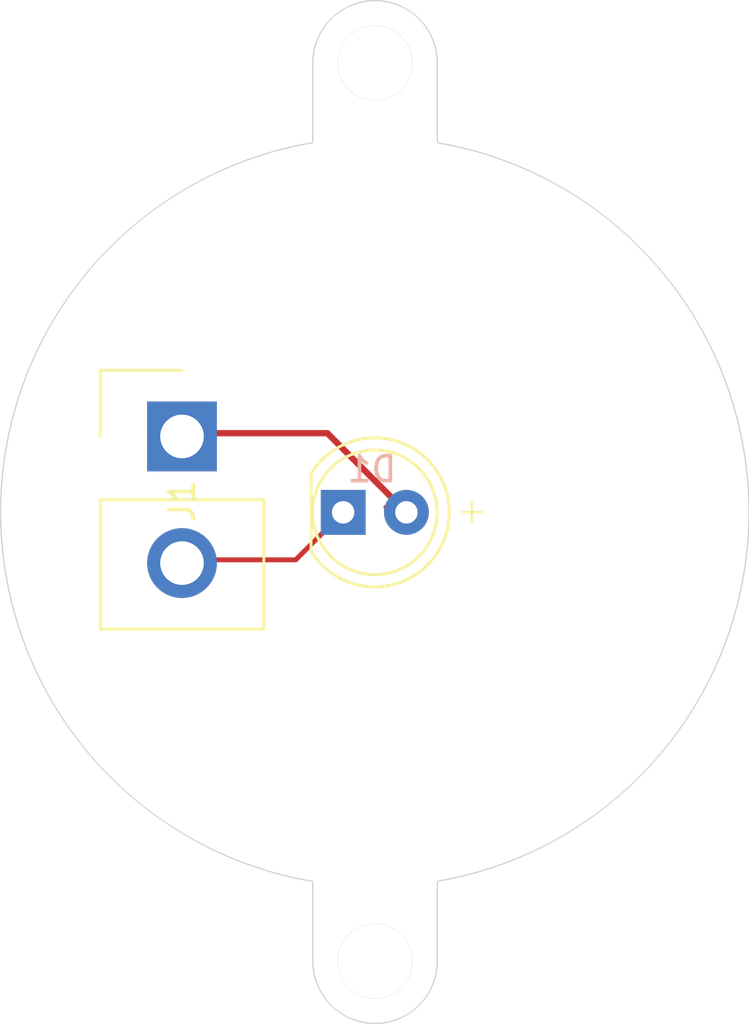
<source format=kicad_pcb>
(kicad_pcb (version 20241229) (generator "pcbnew") (generator_version "9.0")
  (layers (0 "F.Cu" signal) (2 "B.Cu" signal) (13 "F.Paste" user) (15 "B.Paste" user) (5 "F.SilkS" user "F.Silkscreen") (7 "B.SilkS" user "B.Silkscreen") (1 "F.Mask" user) (3 "B.Mask" user) (25 "Edge.Cuts" user))
  (net 0 "")
  (net 1 "Net-(D1-A)")
  (net 2 "GND")
  (footprint "Connector_Samtec_HPM_THT:Samtec_HPM-02-01-x-S_Straight_1x02_Pitch5.08mm" (layer "F.Cu") (at 139.7 96.955)
    (property "Reference" "J1" (at 0 2.595 90) (layer "F.SilkS"))
    (property "Value" "Conn_01x02")
    (fp_line (start -3.285 -2.65) (end 0 -2.65) (stroke (width 0.12)) (layer "F.SilkS"))
    (fp_line (start -3.285 0) (end -3.285 -2.65) (stroke (width 0.12)) (layer "F.SilkS"))
    (fp_line (start -3.285 2.54) (end -3.285 7.73) (stroke (width 0.12)) (layer "F.SilkS"))
    (fp_line (start -3.285 2.54) (end 3.285 2.54) (stroke (width 0.12)) (layer "F.SilkS"))
    (fp_line (start -3.285 7.73) (end 3.285 7.73) (stroke (width 0.12)) (layer "F.SilkS"))
    (fp_line (start 3.285 2.54) (end 3.285 7.73) (stroke (width 0.12)) (layer "F.SilkS"))
    (pad "1" thru_hole rect (at 0 0) (size 2.8 2.8) (drill 1.75) (layers "*.Cu" "*.Mask") (net 1 "Net-(D1-A)"))
    (pad "2" thru_hole circle (at 0 5.08) (size 2.8 2.8) (drill 1.75) (layers "*.Cu" "*.Mask") (net 2 "GND"))
  )
  (footprint "LED_THT:LED_D5.0mm" (layer "F.Cu") (at 146.17 100)
    (property "Reference" "D1" (at 1.155 -1.725 180) (layer "B.SilkS") (effects (justify mirror)))
    (property "Value" "LED")
    (fp_line (start -1.29 -1.545) (end -1.29 1.545) (stroke (width 0.12)) (layer "F.SilkS"))
    (fp_arc (start -1.29 -1.54483) (mid 2.071756 -2.880501) (end 4.26 -0.000048) (stroke (width 0.12)) (layer "F.SilkS"))
    (fp_arc (start 4.26 0.000048) (mid 2.071756 2.880501) (end -1.29 1.54483) (stroke (width 0.12)) (layer "F.SilkS"))
    (fp_circle (center 1.27 0) (end 3.77 0) (stroke (width 0.12)) (fill no) (layer "F.SilkS"))
    (pad "1" thru_hole rect (at 0 0) (size 1.8 1.8) (drill 0.9) (layers "*.Cu" "*.Mask") (net 2 "GND"))
    (pad "2" thru_hole circle (at 2.54 0) (size 1.8 1.8) (drill 0.9) (layers "*.Cu" "*.Mask") (net 1 "Net-(D1-A)"))
  )
  (gr_line (start 144.95 118) (end 144.95 115) (stroke (width 0.05)) (layer "Edge.Cuts"))
  (gr_line (start 149.95 85.175) (end 149.95 84.975) (stroke (width 0.05)) (layer "Edge.Cuts"))
  (gr_line (start 144.95 114.8) (end 144.95 115) (stroke (width 0.05)) (layer "Edge.Cuts"))
  (gr_arc (start 149.95 85.175) (mid 162.463074 99.985336) (end 149.949138 114.794908) (stroke (width 0.05)) (layer "Edge.Cuts"))
  (gr_arc (start 149.95 118) (mid 147.45 120.5) (end 144.95 118) (stroke (width 0.05)) (layer "Edge.Cuts"))
  (gr_arc (start 144.95 114.8) (mid 132.416686 99.9875) (end 144.949999 85.175) (stroke (width 0.05)) (layer "Edge.Cuts"))
  (gr_line (start 149.95 81.975) (end 149.95 84.975) (stroke (width 0.05)) (layer "Edge.Cuts"))
  (gr_line (start 144.95 81.975) (end 144.95 84.95) (stroke (width 0.05)) (layer "Edge.Cuts"))
  (gr_line (start 149.95 115.025) (end 149.95 114.8) (stroke (width 0.05)) (layer "Edge.Cuts"))
  (gr_arc (start 144.95 81.975) (mid 147.45 79.475) (end 149.95 81.975) (stroke (width 0.05)) (layer "Edge.Cuts"))
  (gr_line (start 149.95 118) (end 149.95 115.025) (stroke (width 0.05)) (layer "Edge.Cuts"))
  (gr_line (start 144.95 84.95) (end 144.95 85.175) (stroke (width 0.05)) (layer "Edge.Cuts"))
  (gr_text "+" (at 150.66 100.5 0) (layer "F.SilkS") (effects (font (size 1 1) (thickness 0.1)) (justify left bottom)))
  (via (at 147.45 81.975) (size 3) (drill 3) (layers "F.Cu" "B.Cu") (net 0))
  (via (at 147.45 118) (size 3) (drill 3) (layers "F.Cu" "B.Cu") (net 0))
  (segment (start 145.535 96.825) (end 140.11 96.825) (width 0.254) (layer "F.Cu") (net 1))
  (segment (start 147.89 99.795) (end 148.045 99.95) (width 0.2) (layer "F.Cu") (net 1))
  (segment (start 148.66 99.95) (end 145.535 96.825) (width 0.254) (layer "F.Cu") (net 1))
  (segment (start 140.11 101.905) (end 144.265 101.905) (width 0.2) (layer "F.Cu") (net 2))
  (segment (start 144.265 101.905) (end 146.17 100) (width 0.2) (layer "F.Cu") (net 2))
  (segment (start 146.145 100.025) (end 146.17 100) (width 0.254) (layer "F.Cu") (net 2))
)
</source>
